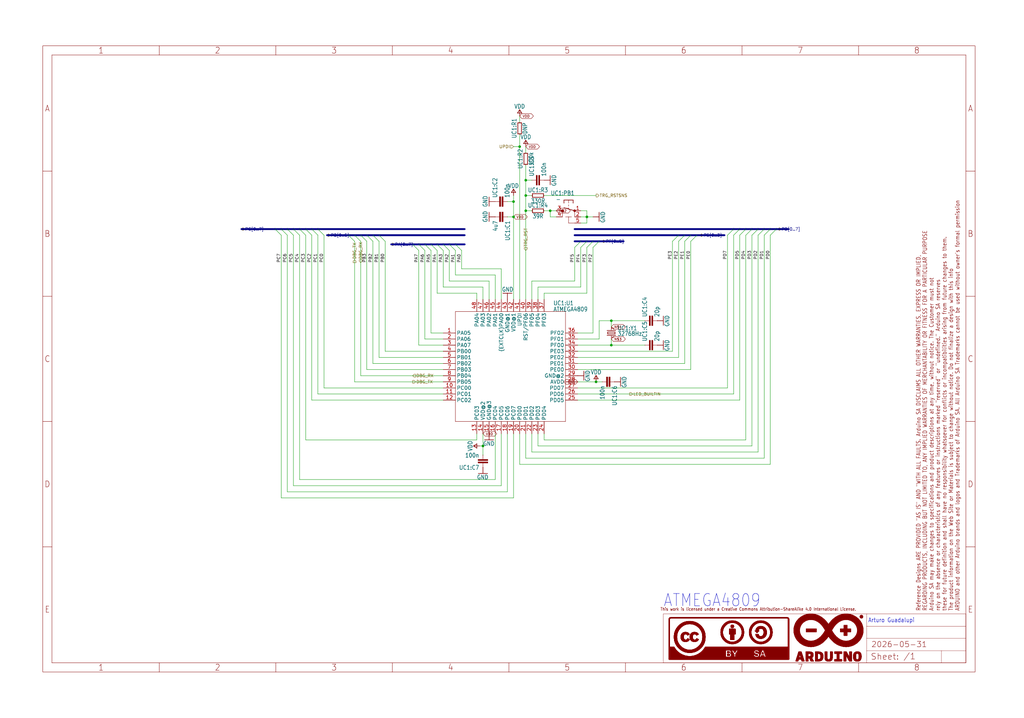
<source format=kicad_sch>
(kicad_sch (version 20250114) (generator "eeschema") (generator_version "9.0")
  (paper "User" 425.45 298.602)
  (lib_symbols
    (symbol "UNOWiFiREV2V4.0-eagle-import:32.768KHZ"
      (property "Reference" "Y" (at 2.54 1.016 0))
      (symbol "32.768KHZ_1_0"
        (text "1" (at -2.159 -1.143 0) (effects (font (size 0.8636 0.734)) (justify left bottom)))
        (text "2" (at 1.524 -1.143 0) (effects (font (size 0.8636 0.734)) (justify left bottom)))
        (pin passive line (at -2.54 0 0) (length 0) (name "1") (number "1"))
        (pin passive line (at 2.54 0 180) (length 0) (name "2") (number "2"))
      )
    )
    (symbol "UNOWiFiREV2V4.0-eagle-import:A3-FRAME"
      (symbol "A3-FRAME_1_0"
        (text "A" (at 1.905 234.315 0) (effects (font (size 2.54 2.286))))
        (text "B" (at 1.905 182.245 0) (effects (font (size 2.54 2.286))))
        (text "C" (at 1.905 130.175 0) (effects (font (size 2.54 2.286))))
        (text "D" (at 1.905 78.105 0) (effects (font (size 2.54 2.286))))
        (text "E" (at 1.905 26.035 0) (effects (font (size 2.54 2.286))))
        (text "1" (at 24.2094 258.445 0) (effects (font (size 2.54 2.286))))
        (text "1" (at 24.2094 1.905 0) (effects (font (size 2.54 2.286))))
        (text "2" (at 72.6281 258.445 0) (effects (font (size 2.54 2.286))))
        (text "2" (at 72.6281 1.905 0) (effects (font (size 2.54 2.286))))
        (text "3" (at 121.0469 258.445 0) (effects (font (size 2.54 2.286))))
        (text "3" (at 121.0469 1.905 0) (effects (font (size 2.54 2.286))))
        (text "4" (at 169.4656 258.445 0) (effects (font (size 2.54 2.286))))
        (text "4" (at 169.4656 1.905 0) (effects (font (size 2.54 2.286))))
        (text "5" (at 217.8844 258.445 0) (effects (font (size 2.54 2.286))))
        (text "5" (at 217.8844 1.905 0) (effects (font (size 2.54 2.286))))
        (text "This work is licensed under a Creative Commons Attribution-ShareAlike 4.0 International License." (at 256.54 25.4 0) (effects (font (size 1.27 1.0795)) (justify left bottom)))
        (text "6" (at 266.3031 258.445 0) (effects (font (size 2.54 2.286))))
        (text "6" (at 266.3031 1.905 0) (effects (font (size 2.54 2.286))))
        (text "7" (at 314.7219 258.445 0) (effects (font (size 2.54 2.286))))
        (text "7" (at 314.7219 1.905 0) (effects (font (size 2.54 2.286))))
        (text "Sheet:" (at 343.916 4.953 0) (effects (font (size 2.54 2.54)) (justify left bottom)))
        (text "${PROJECTNAME}" (at 344.17 15.24 0) (effects (font (size 2.54 2.54)) (justify left bottom)))
        (text "${CURRENT_DATE}" (at 344.17 10.16 0) (effects (font (size 2.286 2.286)) (justify left bottom)))
        (text "${#}/${##}" (at 357.505 5.08 0) (effects (font (size 2.54 2.54)) (justify left bottom)))
        (text "8" (at 363.1406 258.445 0) (effects (font (size 2.54 2.286))))
        (text "8" (at 363.1406 1.905 0) (effects (font (size 2.54 2.286))))
        (text "Reference Designs ARE PROVIDED \"AS IS\" AND \"WITH ALL FAULTS. Arduino SA DISCLAIMS ALL OTHER WARRANTIES, EXPRESS OR IMPLIED,\nREGARDING PRODUCTS, INCLUDING BUT NOT LIMITED TO, ANY IMPLIED WARRANTIES OF MERCHANTABILITY OR FITNESS FOR A PARTICULAR PURPOSE\nArduino SA may make changes to specifications and product descriptions at any time, without notice. The Customer must not\nrely on the absence or characteristics of any features or instructions marked \"reserved\" or \"undefined.\" Arduino SA reserves\nthese for future definition and shall have no responsibility whatsoever for conflicts or incompatibilities arising from future changes to them.\nThe product information on the Web Site or Materials is subject to change without notice. Do not finalize a design with this info\nARDUINO and other Arduino brands and logos and Trademarks of Arduino SA. All Arduino SA Trademarks cannot be used without owner's formal permission" (at 381 25.4 900) (effects (font (size 1.6764 1.4249)) (justify left bottom)))
        (text "A" (at 385.445 234.315 0) (effects (font (size 2.54 2.286))))
        (text "B" (at 385.445 182.245 0) (effects (font (size 2.54 2.286))))
        (text "C" (at 385.445 130.175 0) (effects (font (size 2.54 2.286))))
        (text "D" (at 385.445 78.105 0) (effects (font (size 2.54 2.286))))
        (text "E" (at 385.445 26.035 0) (effects (font (size 2.54 2.286))))
      )
    )
    (symbol "UNOWiFiREV2V4.0-eagle-import:ATMEGA4809"
      (property "Reference" "U" (at 17.78 25.4 0))
      (symbol "ATMEGA4809_1_0"
        (pin bidirectional line (at -27.94 13.97 0) (length 5.08) (name "PA05") (number "1"))
        (pin bidirectional line (at -27.94 11.43 0) (length 5.08) (name "PA06") (number "2"))
        (pin bidirectional line (at -27.94 8.89 0) (length 5.08) (name "PA07") (number "3"))
        (pin bidirectional line (at -27.94 6.35 0) (length 5.08) (name "PB00") (number "4"))
        (pin bidirectional line (at -27.94 3.81 0) (length 5.08) (name "PB01") (number "5"))
        (pin bidirectional line (at -27.94 1.27 0) (length 5.08) (name "PB02") (number "6"))
        (pin bidirectional line (at -27.94 -1.27 0) (length 5.08) (name "PB03") (number "7"))
        (pin bidirectional line (at -27.94 -3.81 0) (length 5.08) (name "PB04") (number "8"))
        (pin bidirectional line (at -27.94 -6.35 0) (length 5.08) (name "PB05") (number "9"))
        (pin bidirectional line (at -27.94 -8.89 0) (length 5.08) (name "PC00") (number "10"))
        (pin bidirectional line (at -27.94 -11.43 0) (length 5.08) (name "PC01") (number "11"))
        (pin bidirectional line (at -27.94 -13.97 0) (length 5.08) (name "PC02") (number "12"))
        (pin bidirectional line (at -13.97 27.94 270) (length 5.08) (name "PA04") (number "48"))
        (pin bidirectional line (at -13.97 -27.94 90) (length 5.08) (name "PC03") (number "13"))
        (pin bidirectional line (at -11.43 27.94 270) (length 5.08) (name "PA03") (number "47"))
        (pin bidirectional line (at -11.43 -27.94 90) (length 5.08) (name "VDD@2") (number "14"))
        (pin bidirectional line (at -8.89 27.94 270) (length 5.08) (name "PA02") (number "46"))
        (pin bidirectional line (at -8.89 -27.94 90) (length 5.08) (name "GND@3") (number "15"))
        (pin bidirectional line (at -6.35 27.94 270) (length 5.08) (name "PA01") (number "45"))
        (pin bidirectional line (at -6.35 -27.94 90) (length 5.08) (name "PC04") (number "16"))
        (pin bidirectional line (at -3.81 27.94 270) (length 5.08) (name "(EXTCLK)PA00") (number "44"))
        (pin bidirectional line (at -3.81 -27.94 90) (length 5.08) (name "PC05") (number "17"))
        (pin bidirectional line (at -1.27 27.94 270) (length 5.08) (name "GND@1") (number "43"))
        (pin bidirectional line (at -1.27 -27.94 90) (length 5.08) (name "PC06") (number "18"))
        (pin bidirectional line (at 1.27 27.94 270) (length 5.08) (name "VDD@1") (number "42"))
        (pin bidirectional line (at 1.27 -27.94 90) (length 5.08) (name "PC07") (number "19"))
        (pin bidirectional line (at 3.81 27.94 270) (length 5.08) (name "UPDI") (number "41"))
        (pin bidirectional line (at 3.81 -27.94 90) (length 5.08) (name "PD00") (number "20"))
        (pin bidirectional line (at 6.35 27.94 270) (length 5.08) (name "RST/PF06") (number "40"))
        (pin bidirectional line (at 6.35 -27.94 90) (length 5.08) (name "PD01") (number "21"))
        (pin bidirectional line (at 8.89 27.94 270) (length 5.08) (name "PF05") (number "39"))
        (pin bidirectional line (at 8.89 -27.94 90) (length 5.08) (name "PD02") (number "22"))
        (pin bidirectional line (at 11.43 27.94 270) (length 5.08) (name "PF04") (number "38"))
        (pin bidirectional line (at 11.43 -27.94 90) (length 5.08) (name "PD03") (number "23"))
        (pin bidirectional line (at 13.97 27.94 270) (length 5.08) (name "PF03") (number "37"))
        (pin bidirectional line (at 13.97 -27.94 90) (length 5.08) (name "PD04") (number "24"))
        (pin bidirectional line (at 27.94 13.97 180) (length 5.08) (name "PF02") (number "36"))
        (pin bidirectional line (at 27.94 11.43 180) (length 5.08) (name "PF01") (number "35"))
        (pin bidirectional line (at 27.94 8.89 180) (length 5.08) (name "PF00") (number "34"))
        (pin bidirectional line (at 27.94 6.35 180) (length 5.08) (name "PE03") (number "33"))
        (pin bidirectional line (at 27.94 3.81 180) (length 5.08) (name "PE02") (number "32"))
        (pin bidirectional line (at 27.94 1.27 180) (length 5.08) (name "PE01") (number "31"))
        (pin bidirectional line (at 27.94 -1.27 180) (length 5.08) (name "PE00") (number "30"))
        (pin bidirectional line (at 27.94 -3.81 180) (length 5.08) (name "GND@2") (number "29"))
        (pin bidirectional line (at 27.94 -6.35 180) (length 5.08) (name "AVDD") (number "28"))
        (pin bidirectional line (at 27.94 -8.89 180) (length 5.08) (name "PD07") (number "27"))
        (pin bidirectional line (at 27.94 -11.43 180) (length 5.08) (name "PD06") (number "26"))
        (pin bidirectional line (at 27.94 -13.97 180) (length 5.08) (name "PD05") (number "25"))
      )
    )
    (symbol "UNOWiFiREV2V4.0-eagle-import:C-0402"
      (property "Reference" "C" (at 1.524 1.651 0))
      (symbol "C-0402_1_0"
        (pin passive line (at 0 2.54 270) (length 0) (name "1") (number "1"))
        (pin passive line (at 0 -2.54 90) (length 0) (name "2") (number "2"))
      )
    )
    (symbol "UNOWiFiREV2V4.0-eagle-import:GND" (power)
      (symbol "GND_1_0"
        (pin power_in line (at 0 2.54 270) (length 2.54) (name "GND") (number "1"))
      )
    )
    (symbol "UNOWiFiREV2V4.0-eagle-import:R-0402"
      (property "Reference" "R" (at 0 1.27 0))
      (symbol "R-0402_1_0"
        (pin passive line (at -2.54 0 0) (length 0) (name "1") (number "1"))
        (pin passive line (at 2.54 0 180) (length 0) (name "2") (number "2"))
      )
    )
    (symbol "UNOWiFiREV2V4.0-eagle-import:TACTILE2"
      (property "Reference" "PB" (at -6.35 -2.54 90))
      (symbol "TACTILE2_1_0"
        (pin passive line (at 0 5.08 270) (length 2.54) (name "3") (number "3"))
        (pin passive line (at 0 -5.08 90) (length 2.54) (name "1") (number "1"))
        (pin passive line (at 2.54 5.08 270) (length 2.54) (name "4") (number "4"))
        (pin passive line (at 2.54 -5.08 90) (length 2.54) (name "2") (number "2"))
        (pin power_in line (at 5.08 -5.08 90) (length 2.54) (name "5-GND") (number "5"))
      )
    )
    (symbol "UNOWiFiREV2V4.0-eagle-import:VDD" (power)
      (symbol "VDD_1_0"
        (pin power_in line (at 0 -2.54 90) (length 2.54) (name "+1V") (number "1"))
      )
    )
  )
  (text "ATMEGA4809" (at 275.59 252.73 0) (effects (font (size 5.08 4.318)) (justify left bottom)))
  (text "Arturo Guadalupi" (at 360.68 259.08 0) (effects (font (size 1.778 1.5113)) (justify left bottom)))
  (junction (at 218.44 81.28))
  (junction (at 228.6 87.63))
  (junction (at 213.36 83.82))
  (junction (at 213.36 90.17))
  (junction (at 218.44 74.93))
  (junction (at 243.84 90.17))
  (junction (at 218.44 87.63))
  (junction (at 254 143.51))
  (junction (at 254 133.35))
  (junction (at 247.65 158.75))
  (junction (at 200.66 185.42))
  (junction (at 215.9 60.96))
  (bus_entry (at 302.26 97.79) (size 2.54 -2.54))
  (bus_entry (at 312.42 97.79) (size 2.54 -2.54))
  (bus_entry (at 279.4 100.33) (size 2.54 -2.54))
  (bus_entry (at 309.88 97.79) (size 2.54 -2.54))
  (bus_entry (at 184.15 104.14) (size -2.54 -2.54))
  (bus_entry (at 147.32 100.33) (size -2.54 -2.54))
  (bus_entry (at 304.8 97.79) (size 2.54 -2.54))
  (bus_entry (at 129.54 97.79) (size -2.54 -2.54))
  (bus_entry (at 119.38 97.79) (size -2.54 -2.54))
  (bus_entry (at 238.76 102.87) (size 2.54 -2.54))
  (bus_entry (at 241.3 102.87) (size 2.54 -2.54))
  (bus_entry (at 320.04 97.79) (size 2.54 -2.54))
  (bus_entry (at 173.99 104.14) (size -2.54 -2.54))
  (bus_entry (at 317.5 97.79) (size 2.54 -2.54))
  (bus_entry (at 314.96 97.79) (size 2.54 -2.54))
  (bus_entry (at 157.48 100.33) (size -2.54 -2.54))
  (bus_entry (at 287.02 100.33) (size 2.54 -2.54))
  (bus_entry (at 284.48 100.33) (size 2.54 -2.54))
  (bus_entry (at 132.08 97.79) (size -2.54 -2.54))
  (bus_entry (at 181.61 104.14) (size -2.54 -2.54))
  (bus_entry (at 149.86 100.33) (size -2.54 -2.54))
  (bus_entry (at 246.38 102.87) (size 2.54 -2.54))
  (bus_entry (at 186.69 104.14) (size -2.54 -2.54))
  (bus_entry (at 134.62 97.79) (size -2.54 -2.54))
  (bus_entry (at 124.46 97.79) (size -2.54 -2.54))
  (bus_entry (at 189.23 104.14) (size -2.54 -2.54))
  (bus_entry (at 116.84 97.79) (size -2.54 -2.54))
  (bus_entry (at 281.94 100.33) (size 2.54 -2.54))
  (bus_entry (at 176.53 104.14) (size -2.54 -2.54))
  (bus_entry (at 179.07 104.14) (size -2.54 -2.54))
  (bus_entry (at 307.34 97.79) (size 2.54 -2.54))
  (bus_entry (at 160.02 100.33) (size -2.54 -2.54))
  (bus_entry (at 154.94 100.33) (size -2.54 -2.54))
  (bus_entry (at 152.4 100.33) (size -2.54 -2.54))
  (bus_entry (at 127 97.79) (size -2.54 -2.54))
  (bus_entry (at 191.77 104.14) (size -2.54 -2.54))
  (bus_entry (at 243.84 102.87) (size 2.54 -2.54))
  (bus_entry (at 121.92 97.79) (size -2.54 -2.54))
  (wire (pts (xy 281.94 100.33) (xy 281.94 148.59)) (stroke (width 0.1524)))
  (bus (pts (xy 238.76 97.79) (xy 281.94 97.79)) (stroke (width 0.762)))
  (wire (pts (xy 279.4 100.33) (xy 279.4 146.05)) (stroke (width 0.1524)))
  (wire (pts (xy 246.38 90.17) (xy 243.84 90.17)) (stroke (width 0.1524)))
  (wire (pts (xy 287.02 153.67) (xy 240.03 153.67)) (stroke (width 0.1524)))
  (wire (pts (xy 228.6 90.17) (xy 228.6 87.63)) (stroke (width 0.1524)))
  (wire (pts (xy 243.84 121.92) (xy 226.06 121.92)) (stroke (width 0.1524)))
  (wire (pts (xy 215.9 55.88) (xy 215.9 60.96)) (stroke (width 0.1524)))
  (wire (pts (xy 320.04 193.04) (xy 215.9 193.04)) (stroke (width 0.1524)))
  (bus (pts (xy 179.07 101.6) (xy 176.53 101.6)) (stroke (width 0.762)))
  (wire (pts (xy 205.74 199.39) (xy 205.74 180.34)) (stroke (width 0.1524)))
  (wire (pts (xy 226.06 121.92) (xy 226.06 124.46)) (stroke (width 0.1524)))
  (bus (pts (xy 281.94 97.79) (xy 284.48 97.79)) (stroke (width 0.762)))
  (wire (pts (xy 213.36 90.17) (xy 213.36 124.46)) (stroke (width 0.1524)))
  (wire (pts (xy 243.84 87.63) (xy 243.84 90.17)) (stroke (width 0.1524)))
  (wire (pts (xy 218.44 74.93) (xy 218.44 81.28)) (stroke (width 0.1524)))
  (wire (pts (xy 228.6 87.63) (xy 226.06 87.63)) (stroke (width 0.1524)))
  (wire (pts (xy 205.74 114.3) (xy 205.74 124.46)) (stroke (width 0.1524)))
  (wire (pts (xy 184.15 119.38) (xy 200.66 119.38)) (stroke (width 0.1524)))
  (wire (pts (xy 302.26 161.29) (xy 240.03 161.29)) (stroke (width 0.1524)))
  (wire (pts (xy 181.61 104.14) (xy 181.61 121.92)) (stroke (width 0.1524)))
  (wire (pts (xy 238.76 102.87) (xy 238.76 116.84)) (stroke (width 0.1524)))
  (wire (pts (xy 307.34 166.37) (xy 240.03 166.37)) (stroke (width 0.1524)))
  (wire (pts (xy 134.62 97.79) (xy 134.62 161.29)) (stroke (width 0.1524)))
  (wire (pts (xy 124.46 97.79) (xy 124.46 199.39)) (stroke (width 0.1524)))
  (wire (pts (xy 116.84 97.79) (xy 116.84 207.01)) (stroke (width 0.1524)))
  (wire (pts (xy 176.53 140.97) (xy 184.15 140.97)) (stroke (width 0.1524)))
  (wire (pts (xy 220.98 116.84) (xy 220.98 124.46)) (stroke (width 0.1524)))
  (wire (pts (xy 238.76 116.84) (xy 220.98 116.84)) (stroke (width 0.1524)))
  (wire (pts (xy 173.99 104.14) (xy 173.99 143.51)) (stroke (width 0.1524)))
  (wire (pts (xy 119.38 97.79) (xy 119.38 204.47)) (stroke (width 0.1524)))
  (wire (pts (xy 189.23 104.14) (xy 189.23 114.3)) (stroke (width 0.1524)))
  (wire (pts (xy 186.69 116.84) (xy 203.2 116.84)) (stroke (width 0.1524)))
  (bus (pts (xy 127 95.25) (xy 124.46 95.25)) (stroke (width 0.762)))
  (wire (pts (xy 220.98 87.63) (xy 218.44 87.63)) (stroke (width 0.1524)))
  (wire (pts (xy 147.32 100.33) (xy 147.32 158.75)) (stroke (width 0.1524)))
  (wire (pts (xy 210.82 204.47) (xy 210.82 180.34)) (stroke (width 0.1524)))
  (bus (pts (xy 304.8 95.25) (xy 307.34 95.25)) (stroke (width 0.762)))
  (bus (pts (xy 309.88 95.25) (xy 312.42 95.25)) (stroke (width 0.762)))
  (wire (pts (xy 304.8 97.79) (xy 304.8 163.83)) (stroke (width 0.1524)))
  (wire (pts (xy 213.36 207.01) (xy 213.36 180.34)) (stroke (width 0.1524)))
  (bus (pts (xy 248.92 100.33) (xy 259.08 100.33)) (stroke (width 0.762)))
  (bus (pts (xy 322.58 95.25) (xy 327.66 95.25)) (stroke (width 0.762)))
  (wire (pts (xy 254 133.35) (xy 248.92 133.35)) (stroke (width 0.1524)))
  (bus (pts (xy 189.23 101.6) (xy 186.69 101.6)) (stroke (width 0.762)))
  (wire (pts (xy 246.38 138.43) (xy 246.38 102.87)) (stroke (width 0.1524)))
  (wire (pts (xy 121.92 97.79) (xy 121.92 201.93)) (stroke (width 0.1524)))
  (wire (pts (xy 134.62 161.29) (xy 184.15 161.29)) (stroke (width 0.1524)))
  (wire (pts (xy 267.97 133.35) (xy 254 133.35)) (stroke (width 0.1524)))
  (wire (pts (xy 179.07 104.14) (xy 179.07 138.43)) (stroke (width 0.1524)))
  (bus (pts (xy 193.04 101.6) (xy 189.23 101.6)) (stroke (width 0.762)))
  (wire (pts (xy 198.12 182.88) (xy 198.12 180.34)) (stroke (width 0.1524)))
  (wire (pts (xy 218.44 68.58) (xy 218.44 74.93)) (stroke (width 0.1524)))
  (wire (pts (xy 302.26 97.79) (xy 302.26 161.29)) (stroke (width 0.1524)))
  (wire (pts (xy 181.61 121.92) (xy 198.12 121.92)) (stroke (width 0.1524)))
  (bus (pts (xy 121.92 95.25) (xy 119.38 95.25)) (stroke (width 0.762)))
  (wire (pts (xy 254 140.97) (xy 254 143.51)) (stroke (width 0.1524)))
  (wire (pts (xy 215.9 60.96) (xy 213.36 60.96)) (stroke (width 0.1524)))
  (wire (pts (xy 254 135.89) (xy 254 133.35)) (stroke (width 0.1524)))
  (wire (pts (xy 281.94 148.59) (xy 240.03 148.59)) (stroke (width 0.1524)))
  (bus (pts (xy 193.04 97.79) (xy 157.48 97.79)) (stroke (width 0.762)))
  (bus (pts (xy 243.84 100.33) (xy 246.38 100.33)) (stroke (width 0.762)))
  (wire (pts (xy 119.38 204.47) (xy 210.82 204.47)) (stroke (width 0.1524)))
  (bus (pts (xy 320.04 95.25) (xy 322.58 95.25)) (stroke (width 0.762)))
  (wire (pts (xy 213.36 90.17) (xy 210.82 90.17)) (stroke (width 0.1524)))
  (wire (pts (xy 152.4 100.33) (xy 152.4 153.67)) (stroke (width 0.1524)))
  (bus (pts (xy 147.32 97.79) (xy 144.78 97.79)) (stroke (width 0.762)))
  (wire (pts (xy 317.5 190.5) (xy 218.44 190.5)) (stroke (width 0.1524)))
  (wire (pts (xy 129.54 166.37) (xy 184.15 166.37)) (stroke (width 0.1524)))
  (wire (pts (xy 127 182.88) (xy 198.12 182.88)) (stroke (width 0.1524)))
  (wire (pts (xy 121.92 201.93) (xy 208.28 201.93)) (stroke (width 0.1524)))
  (wire (pts (xy 243.84 92.71) (xy 243.84 90.17)) (stroke (width 0.1524)))
  (wire (pts (xy 157.48 148.59) (xy 184.15 148.59)) (stroke (width 0.1524)))
  (wire (pts (xy 184.15 104.14) (xy 184.15 119.38)) (stroke (width 0.1524)))
  (wire (pts (xy 191.77 111.76) (xy 208.28 111.76)) (stroke (width 0.1524)))
  (wire (pts (xy 215.9 48.26) (xy 215.9 50.8)) (stroke (width 0.1524)))
  (wire (pts (xy 210.82 83.82) (xy 213.36 83.82)) (stroke (width 0.1524)))
  (wire (pts (xy 203.2 116.84) (xy 203.2 124.46)) (stroke (width 0.1524)))
  (wire (pts (xy 231.14 87.63) (xy 228.6 87.63)) (stroke (width 0.1524)))
  (wire (pts (xy 223.52 185.42) (xy 223.52 180.34)) (stroke (width 0.1524)))
  (wire (pts (xy 241.3 87.63) (xy 243.84 87.63)) (stroke (width 0.1524)))
  (wire (pts (xy 127 97.79) (xy 127 182.88)) (stroke (width 0.1524)))
  (bus (pts (xy 287.02 97.79) (xy 289.56 97.79)) (stroke (width 0.762)))
  (wire (pts (xy 231.14 90.17) (xy 228.6 90.17)) (stroke (width 0.1524)))
  (wire (pts (xy 309.88 182.88) (xy 226.06 182.88)) (stroke (width 0.1524)))
  (wire (pts (xy 200.66 119.38) (xy 200.66 124.46)) (stroke (width 0.1524)))
  (bus (pts (xy 246.38 100.33) (xy 248.92 100.33)) (stroke (width 0.762)))
  (wire (pts (xy 317.5 97.79) (xy 317.5 190.5)) (stroke (width 0.1524)))
  (bus (pts (xy 154.94 97.79) (xy 152.4 97.79)) (stroke (width 0.762)))
  (wire (pts (xy 208.28 111.76) (xy 208.28 124.46)) (stroke (width 0.1524)))
  (wire (pts (xy 279.4 146.05) (xy 240.03 146.05)) (stroke (width 0.1524)))
  (wire (pts (xy 186.69 104.14) (xy 186.69 116.84)) (stroke (width 0.1524)))
  (wire (pts (xy 312.42 185.42) (xy 223.52 185.42)) (stroke (width 0.1524)))
  (bus (pts (xy 184.15 101.6) (xy 181.61 101.6)) (stroke (width 0.762)))
  (wire (pts (xy 179.07 138.43) (xy 184.15 138.43)) (stroke (width 0.1524)))
  (wire (pts (xy 223.52 119.38) (xy 223.52 124.46)) (stroke (width 0.1524)))
  (wire (pts (xy 154.94 151.13) (xy 184.15 151.13)) (stroke (width 0.1524)))
  (wire (pts (xy 241.3 102.87) (xy 241.3 119.38)) (stroke (width 0.1524)))
  (wire (pts (xy 132.08 97.79) (xy 132.08 163.83)) (stroke (width 0.1524)))
  (wire (pts (xy 124.46 199.39) (xy 205.74 199.39)) (stroke (width 0.1524)))
  (wire (pts (xy 208.28 201.93) (xy 208.28 180.34)) (stroke (width 0.1524)))
  (wire (pts (xy 314.96 97.79) (xy 314.96 187.96)) (stroke (width 0.1524)))
  (wire (pts (xy 320.04 97.79) (xy 320.04 193.04)) (stroke (width 0.1524)))
  (wire (pts (xy 304.8 163.83) (xy 240.03 163.83)) (stroke (width 0.1524)))
  (wire (pts (xy 284.48 100.33) (xy 284.48 151.13)) (stroke (width 0.1524)))
  (wire (pts (xy 152.4 153.67) (xy 184.15 153.67)) (stroke (width 0.1524)))
  (bus (pts (xy 124.46 95.25) (xy 121.92 95.25)) (stroke (width 0.762)))
  (wire (pts (xy 240.03 140.97) (xy 248.92 140.97)) (stroke (width 0.1524)))
  (bus (pts (xy 114.3 95.25) (xy 100.33 95.25)) (stroke (width 0.762)))
  (bus (pts (xy 129.54 95.25) (xy 127 95.25)) (stroke (width 0.762)))
  (bus (pts (xy 186.69 101.6) (xy 184.15 101.6)) (stroke (width 0.762)))
  (wire (pts (xy 307.34 97.79) (xy 307.34 166.37)) (stroke (width 0.1524)))
  (bus (pts (xy 317.5 95.25) (xy 320.04 95.25)) (stroke (width 0.762)))
  (wire (pts (xy 220.98 74.93) (xy 218.44 74.93)) (stroke (width 0.1524)))
  (wire (pts (xy 248.92 133.35) (xy 248.92 140.97)) (stroke (width 0.1524)))
  (bus (pts (xy 152.4 97.79) (xy 149.86 97.79)) (stroke (width 0.762)))
  (wire (pts (xy 147.32 158.75) (xy 184.15 158.75)) (stroke (width 0.1524)))
  (wire (pts (xy 218.44 87.63) (xy 218.44 124.46)) (stroke (width 0.1524)))
  (bus (pts (xy 181.61 101.6) (xy 179.07 101.6)) (stroke (width 0.762)))
  (bus (pts (xy 132.08 95.25) (xy 129.54 95.25)) (stroke (width 0.762)))
  (bus (pts (xy 314.96 95.25) (xy 317.5 95.25)) (stroke (width 0.762)))
  (wire (pts (xy 189.23 114.3) (xy 205.74 114.3)) (stroke (width 0.1524)))
  (wire (pts (xy 149.86 156.21) (xy 184.15 156.21)) (stroke (width 0.1524)))
  (wire (pts (xy 213.36 83.82) (xy 213.36 90.17)) (stroke (width 0.1524)))
  (wire (pts (xy 160.02 100.33) (xy 160.02 146.05)) (stroke (width 0.1524)))
  (bus (pts (xy 241.3 100.33) (xy 243.84 100.33)) (stroke (width 0.762)))
  (wire (pts (xy 200.66 185.42) (xy 200.66 189.23)) (stroke (width 0.1524)))
  (wire (pts (xy 241.3 119.38) (xy 223.52 119.38)) (stroke (width 0.1524)))
  (bus (pts (xy 173.99 101.6) (xy 171.45 101.6)) (stroke (width 0.762)))
  (wire (pts (xy 247.65 158.75) (xy 250.19 158.75)) (stroke (width 0.1524)))
  (wire (pts (xy 267.97 143.51) (xy 254 143.51)) (stroke (width 0.1524)))
  (bus (pts (xy 171.45 101.6) (xy 162.56 101.6)) (stroke (width 0.762)))
  (wire (pts (xy 240.03 158.75) (xy 247.65 158.75)) (stroke (width 0.1524)))
  (wire (pts (xy 215.9 60.96) (xy 215.9 124.46)) (stroke (width 0.1524)))
  (wire (pts (xy 241.3 92.71) (xy 243.84 92.71)) (stroke (width 0.1524)))
  (wire (pts (xy 309.88 97.79) (xy 309.88 182.88)) (stroke (width 0.1524)))
  (wire (pts (xy 215.9 193.04) (xy 215.9 180.34)) (stroke (width 0.1524)))
  (wire (pts (xy 287.02 100.33) (xy 287.02 153.67)) (stroke (width 0.1524)))
  (wire (pts (xy 129.54 97.79) (xy 129.54 166.37)) (stroke (width 0.1524)))
  (bus (pts (xy 157.48 97.79) (xy 154.94 97.79)) (stroke (width 0.762)))
  (bus (pts (xy 284.48 97.79) (xy 287.02 97.79)) (stroke (width 0.762)))
  (wire (pts (xy 218.44 190.5) (xy 218.44 180.34)) (stroke (width 0.1524)))
  (bus (pts (xy 238.76 100.33) (xy 241.3 100.33)) (stroke (width 0.762)))
  (wire (pts (xy 243.84 102.87) (xy 243.84 121.92)) (stroke (width 0.1524)))
  (wire (pts (xy 220.98 187.96) (xy 220.98 180.34)) (stroke (width 0.1524)))
  (wire (pts (xy 198.12 121.92) (xy 198.12 124.46)) (stroke (width 0.1524)))
  (bus (pts (xy 176.53 101.6) (xy 173.99 101.6)) (stroke (width 0.762)))
  (bus (pts (xy 119.38 95.25) (xy 116.84 95.25)) (stroke (width 0.762)))
  (wire (pts (xy 213.36 81.28) (xy 213.36 83.82)) (stroke (width 0.1524)))
  (wire (pts (xy 200.66 180.34) (xy 200.66 185.42)) (stroke (width 0.1524)))
  (wire (pts (xy 218.44 81.28) (xy 218.44 87.63)) (stroke (width 0.1524)))
  (wire (pts (xy 240.03 138.43) (xy 246.38 138.43)) (stroke (width 0.1524)))
  (wire (pts (xy 226.06 81.28) (xy 247.65 81.28)) (stroke (width 0.1524)))
  (bus (pts (xy 116.84 95.25) (xy 114.3 95.25)) (stroke (width 0.762)))
  (wire (pts (xy 132.08 163.83) (xy 184.15 163.83)) (stroke (width 0.1524)))
  (bus (pts (xy 312.42 95.25) (xy 314.96 95.25)) (stroke (width 0.762)))
  (wire (pts (xy 157.48 100.33) (xy 157.48 148.59)) (stroke (width 0.1524)))
  (bus (pts (xy 307.34 95.25) (xy 309.88 95.25)) (stroke (width 0.762)))
  (wire (pts (xy 149.86 100.33) (xy 149.86 156.21)) (stroke (width 0.1524)))
  (wire (pts (xy 154.94 100.33) (xy 154.94 151.13)) (stroke (width 0.1524)))
  (wire (pts (xy 220.98 81.28) (xy 218.44 81.28)) (stroke (width 0.1524)))
  (wire (pts (xy 199.39 185.42) (xy 200.66 185.42)) (stroke (width 0.1524)))
  (wire (pts (xy 240.03 143.51) (xy 254 143.51)) (stroke (width 0.1524)))
  (wire (pts (xy 218.44 60.96) (xy 218.44 63.5)) (stroke (width 0.1524)))
  (bus (pts (xy 149.86 97.79) (xy 147.32 97.79)) (stroke (width 0.762)))
  (wire (pts (xy 191.77 104.14) (xy 191.77 111.76)) (stroke (width 0.1524)))
  (wire (pts (xy 226.06 182.88) (xy 226.06 180.34)) (stroke (width 0.1524)))
  (wire (pts (xy 176.53 104.14) (xy 176.53 140.97)) (stroke (width 0.1524)))
  (wire (pts (xy 314.96 187.96) (xy 220.98 187.96)) (stroke (width 0.1524)))
  (bus (pts (xy 238.76 95.25) (xy 304.8 95.25)) (stroke (width 0.762)))
  (wire (pts (xy 160.02 146.05) (xy 184.15 146.05)) (stroke (width 0.1524)))
  (wire (pts (xy 173.99 143.51) (xy 184.15 143.51)) (stroke (width 0.1524)))
  (wire (pts (xy 116.84 207.01) (xy 213.36 207.01)) (stroke (width 0.1524)))
  (bus (pts (xy 193.04 95.25) (xy 132.08 95.25)) (stroke (width 0.762)))
  (wire (pts (xy 312.42 97.79) (xy 312.42 185.42)) (stroke (width 0.1524)))
  (wire (pts (xy 284.48 151.13) (xy 240.03 151.13)) (stroke (width 0.1524)))
  (bus (pts (xy 289.56 97.79) (xy 300.99 97.79)) (stroke (width 0.762)))
  (wire (pts (xy 243.84 90.17) (xy 241.3 90.17)) (stroke (width 0.1524)))
  (bus (pts (xy 144.78 97.79) (xy 135.89 97.79)) (stroke (width 0.762)))
  (label "PA7" (at 173.99 109.22 90) (effects (font (size 1.2446 1.2446))))
  (label "PA3" (at 184.15 109.22 90) (effects (font (size 1.2446 1.2446))))
  (label "PC4" (at 124.46 109.22 90) (effects (font (size 1.2446 1.2446))))
  (label "PB1" (at 157.48 109.22 90) (effects (font (size 1.2446 1.2446))))
  (label "PD2" (at 314.96 107.95 90) (effects (font (size 1.2446 1.2446))))
  (label "PE3" (at 279.4 107.95 90) (effects (font (size 1.2446 1.2446))))
  (label "PC6" (at 119.38 109.22 90) (effects (font (size 1.2446 1.2446))))
  (label "PB2" (at 154.94 109.22 90) (effects (font (size 1.2446 1.2446))))
  (label "PA6" (at 176.53 109.22 90) (effects (font (size 1.2446 1.2446))))
  (label "PF4" (at 241.3 109.22 90) (effects (font (size 1.2446 1.2446))))
  (label "PA0" (at 191.77 109.22 90) (effects (font (size 1.2446 1.2446))))
  (label "PE1" (at 284.48 107.95 90) (effects (font (size 1.2446 1.2446))))
  (label "PA1" (at 189.23 109.22 90) (effects (font (size 1.2446 1.2446))))
  (label "PD3" (at 312.42 107.95 90) (effects (font (size 1.2446 1.2446))))
  (label "PA4" (at 181.61 109.22 90) (effects (font (size 1.2446 1.2446))))
  (label "PE0" (at 287.02 107.95 90) (effects (font (size 1.2446 1.2446))))
  (label "PF3" (at 243.84 109.22 90) (effects (font (size 1.2446 1.2446))))
  (label "PF2" (at 246.38 109.22 90) (effects (font (size 1.2446 1.2446))))
  (label "PA2" (at 186.69 109.22 90) (effects (font (size 1.2446 1.2446))))
  (label "PD5" (at 307.34 107.95 90) (effects (font (size 1.2446 1.2446))))
  (label "PC1" (at 132.08 109.22 90) (effects (font (size 1.2446 1.2446))))
  (label "PB0" (at 160.02 109.22 90) (effects (font (size 1.2446 1.2446))))
  (label "PD7" (at 302.26 107.95 90) (effects (font (size 1.2446 1.2446))))
  (label "PC3" (at 127 109.22 90) (effects (font (size 1.2446 1.2446))))
  (label "PC2" (at 129.54 109.22 90) (effects (font (size 1.2446 1.2446))))
  (label "PC7" (at 116.84 109.22 90) (effects (font (size 1.2446 1.2446))))
  (label "PD0" (at 320.04 107.95 90) (effects (font (size 1.2446 1.2446))))
  (label "PC0" (at 134.62 109.22 90) (effects (font (size 1.2446 1.2446))))
  (label "PF5" (at 238.76 109.22 90) (effects (font (size 1.2446 1.2446))))
  (label "PA5" (at 179.07 109.22 90) (effects (font (size 1.2446 1.2446))))
  (label "PB3" (at 152.4 109.22 90) (effects (font (size 1.2446 1.2446))))
  (label "PE2" (at 281.94 107.95 90) (effects (font (size 1.2446 1.2446))))
  (label "PD4" (at 309.88 107.95 90) (effects (font (size 1.2446 1.2446))))
  (label "PD1" (at 317.5 107.95 90) (effects (font (size 1.2446 1.2446))))
  (label "PC5" (at 121.92 109.22 90) (effects (font (size 1.2446 1.2446))))
  (global_label "VDD" (shape bidirectional) (at 200.66 180.34 0) (effects (font (size 1.016 1.016))) (property "Intersheetrefs" "${INTERSHEET_REFS}" (effects (hide yes))))
  (global_label "VDD" (shape bidirectional) (at 213.36 90.17 0) (effects (font (size 1.016 1.016))) (property "Intersheetrefs" "${INTERSHEET_REFS}" (effects (hide yes))))
  (global_label "VDD" (shape bidirectional) (at 215.9 48.26 0) (effects (font (size 1.016 1.016))) (property "Intersheetrefs" "${INTERSHEET_REFS}" (effects (hide yes))))
  (global_label "N$4" (shape bidirectional) (at 254 135.89 0) (effects (font (size 1.016 1.016))) (property "Intersheetrefs" "${INTERSHEET_REFS}" (effects (hide yes))))
  (global_label "N$2" (shape bidirectional) (at 231.14 87.63 0) (effects (font (size 1.016 1.016))) (property "Intersheetrefs" "${INTERSHEET_REFS}" (effects (hide yes))))
  (global_label "VDD" (shape bidirectional) (at 218.44 60.96 0) (effects (font (size 1.016 1.016))) (property "Intersheetrefs" "${INTERSHEET_REFS}" (effects (hide yes))))
  (global_label "N$3" (shape bidirectional) (at 254 140.97 0) (effects (font (size 1.016 1.016))) (property "Intersheetrefs" "${INTERSHEET_REFS}" (effects (hide yes))))
  (global_label "VDD" (shape bidirectional) (at 240.03 158.75 180) (effects (font (size 1.016 1.016))) (property "Intersheetrefs" "${INTERSHEET_REFS}" (effects (hide yes))))
  (hierarchical_label "PF[0..5]" (shape bidirectional) (at 250.19 100.33 0) (effects (font (size 1.2446 1.2446))))
  (hierarchical_label "DBG_RX" (shape input) (at 171.45 156.21 0) (effects (font (size 1.2446 1.2446))))
  (hierarchical_label "UPDI" (shape input) (at 213.36 60.96 180) (effects (font (size 1.2446 1.2446))))
  (hierarchical_label "PD[0..7]" (shape bidirectional) (at 323.215 95.25 0) (effects (font (size 1.2446 1.2446))))
  (hierarchical_label "DBG_RX" (shape input) (at 149.86 109.22 90) (effects (font (size 1.2446 1.2446))))
  (hierarchical_label "DBG_TX" (shape output) (at 171.45 158.75 0) (effects (font (size 1.2446 1.2446))))
  (hierarchical_label "TRG_RSTSNS" (shape output) (at 247.65 81.28 0) (effects (font (size 1.2446 1.2446))))
  (hierarchical_label "PB[0..5]" (shape bidirectional) (at 135.89 97.79 0) (effects (font (size 1.2446 1.2446))))
  (hierarchical_label "PE[0..3]" (shape bidirectional) (at 290.83 97.79 0) (effects (font (size 1.2446 1.2446))))
  (hierarchical_label "PA[0..7]" (shape bidirectional) (at 162.56 101.6 0) (effects (font (size 1.2446 1.2446))))
  (hierarchical_label "PC[0..7]" (shape bidirectional) (at 100.33 95.25 0) (effects (font (size 1.2446 1.2446))))
  (hierarchical_label "LED_BUILTIN" (shape output) (at 261.62 163.83 0) (effects (font (size 1.2446 1.2446))))
  (hierarchical_label "DBG_TX" (shape output) (at 147.32 109.22 90) (effects (font (size 1.2446 1.2446))))
  (hierarchical_label "TRG_RST" (shape input) (at 218.44 104.14 90) (effects (font (size 1.2446 1.2446))))
  (symbol (lib_id "UNOWiFiREV2V4.0-eagle-import:GND") (at 257.81 158.75 90) (unit 1)
    (property "Reference" "UC1:#GND10" (effects (hide yes)))
    (property "Value" "GND" (at 260.35 161.29 0) (effects (font (size 1.778 1.5113)) (justify left bottom)))
  )
  (symbol (lib_id "UNOWiFiREV2V4.0-eagle-import:GND") (at 200.66 196.85 0) (unit 1)
    (property "Reference" "UC1:#GND11" (effects (hide yes)))
    (property "Value" "GND" (at 198.12 199.39 0) (effects (font (size 1.778 1.5113)) (justify left bottom)))
  )
  (symbol (lib_id "UNOWiFiREV2V4.0-eagle-import:GND") (at 275.59 133.35 90) (unit 1)
    (property "Reference" "UC1:#GND6" (effects (hide yes)))
    (property "Value" "GND" (at 278.13 135.89 0) (effects (font (size 1.778 1.5113)) (justify left bottom)))
  )
  (symbol (lib_id "UNOWiFiREV2V4.0-eagle-import:GND") (at 275.59 143.51 90) (unit 1)
    (property "Reference" "UC1:#GND7" (effects (hide yes)))
    (property "Value" "GND" (at 278.13 146.05 0) (effects (font (size 1.778 1.5113)) (justify left bottom)))
  )
  (symbol (lib_id "UNOWiFiREV2V4.0-eagle-import:C-0402") (at 223.52 74.93 90) (unit 1)
    (property "Reference" "UC1:C3" (at 221.869 73.406 0) (effects (font (size 1.778 1.5113)) (justify left bottom)))
    (property "Value" "100n" (at 226.949 73.406 0) (effects (font (size 1.778 1.5113)) (justify left bottom)))
    (property "Footprint" "UNOWiFiREV2V4.0:0402-1005X55N" (effects (hide yes)))
  )
  (symbol (lib_id "UNOWiFiREV2V4.0-eagle-import:R-0402") (at 215.9 53.34 90) (unit 1)
    (property "Reference" "UC1:R1" (at 214.63 53.34 0) (effects (font (size 1.778 1.5113)) (justify bottom)))
    (property "Value" "DNP" (at 217.17 53.34 0) (effects (font (size 1.778 1.5113)) (justify top)))
    (property "Footprint" "UNOWiFiREV2V4.0:0402-1005X55N" (effects (hide yes)))
  )
  (symbol (lib_id "UNOWiFiREV2V4.0-eagle-import:GND") (at 203.2 90.17 270) (unit 1)
    (property "Reference" "UC1:#GND1" (effects (hide yes)))
    (property "Value" "GND" (at 200.66 87.63 0) (effects (font (size 1.778 1.5113)) (justify left bottom)))
  )
  (symbol (lib_id "UNOWiFiREV2V4.0-eagle-import:ATMEGA4809") (at 212.09 152.4 0) (unit 1)
    (property "Reference" "UC1:U1" (at 229.87 127 0) (effects (font (size 1.778 1.5113)) (justify left bottom)))
    (property "Value" "ATMEGA4809" (at 229.87 129.54 0) (effects (font (size 1.778 1.5113)) (justify left bottom)))
    (property "Footprint" "UNOWiFiREV2V4.0:TQFP48" (effects (hide yes)))
  )
  (symbol (lib_id "UNOWiFiREV2V4.0-eagle-import:GND") (at 228.6 74.93 90) (unit 1)
    (property "Reference" "UC1:#GND4" (effects (hide yes)))
    (property "Value" "GND" (at 231.14 77.47 0) (effects (font (size 1.778 1.5113)) (justify left bottom)))
  )
  (symbol (lib_id "UNOWiFiREV2V4.0-eagle-import:GND") (at 242.57 156.21 90) (unit 1)
    (property "Reference" "UC1:#GND9" (effects (hide yes)))
    (property "Value" "GND" (at 245.11 158.75 0) (effects (font (size 1.778 1.5113)) (justify left bottom)))
  )
  (symbol (lib_id "UNOWiFiREV2V4.0-eagle-import:GND") (at 203.2 83.82 270) (unit 1)
    (property "Reference" "UC1:#GND2" (effects (hide yes)))
    (property "Value" "GND" (at 200.66 81.28 0) (effects (font (size 1.778 1.5113)) (justify left bottom)))
  )
  (symbol (lib_id "UNOWiFiREV2V4.0-eagle-import:VDD") (at 196.85 185.42 90) (unit 1)
    (property "Reference" "UC1:#P+5" (effects (hide yes)))
    (property "Value" "VDD" (at 196.342 185.42 0) (effects (font (size 1.778 1.5113)) (justify bottom)))
  )
  (symbol (lib_id "UNOWiFiREV2V4.0-eagle-import:A3-FRAME") (at 17.78 279.4 0) (unit 1)
    (property "Reference" "UC1:FRAME1" (effects (hide yes)))
    (property "Value" "DNP" (effects (hide yes)))
    (property "Footprint" "UNOWiFiREV2V4.0:FRAME" (effects (hide yes)))
  )
  (symbol (lib_id "UNOWiFiREV2V4.0-eagle-import:VDD") (at 247.65 156.21 0) (unit 1)
    (property "Reference" "UC1:#P+4" (effects (hide yes)))
    (property "Value" "VDD" (at 247.65 155.702 0) (effects (font (size 1.778 1.5113)) (justify bottom)))
  )
  (symbol (lib_id "UNOWiFiREV2V4.0-eagle-import:R-0402") (at 223.52 81.28 0) (unit 1)
    (property "Reference" "UC1:R3" (at 223.52 80.01 0) (effects (font (size 1.778 1.5113)) (justify bottom)))
    (property "Value" "330R" (at 223.52 82.55 0) (effects (font (size 1.778 1.5113)) (justify top)))
    (property "Footprint" "UNOWiFiREV2V4.0:0402-1005X55N" (effects (hide yes)))
  )
  (symbol (lib_id "UNOWiFiREV2V4.0-eagle-import:VDD") (at 213.36 78.74 0) (unit 1)
    (property "Reference" "UC1:#P+1" (effects (hide yes)))
    (property "Value" "VDD" (at 213.36 78.232 0) (effects (font (size 1.778 1.5113)) (justify bottom)))
  )
  (symbol (lib_id "UNOWiFiREV2V4.0-eagle-import:R-0402") (at 218.44 66.04 90) (unit 1)
    (property "Reference" "UC1:R2" (at 217.17 66.04 0) (effects (font (size 1.778 1.5113)) (justify bottom)))
    (property "Value" "100k" (at 219.71 66.04 0) (effects (font (size 1.778 1.5113)) (justify top)))
    (property "Footprint" "UNOWiFiREV2V4.0:0402-1005X55N" (effects (hide yes)))
  )
  (symbol (lib_id "UNOWiFiREV2V4.0-eagle-import:C-0402") (at 270.51 133.35 90) (unit 1)
    (property "Reference" "UC1:C4" (at 268.859 131.826 0) (effects (font (size 1.778 1.5113)) (justify left bottom)))
    (property "Value" "20p" (at 273.939 131.826 0) (effects (font (size 1.778 1.5113)) (justify left bottom)))
    (property "Footprint" "UNOWiFiREV2V4.0:0402-1005X55N" (effects (hide yes)))
  )
  (symbol (lib_id "UNOWiFiREV2V4.0-eagle-import:C-0402") (at 200.66 191.77 180) (unit 1)
    (property "Reference" "UC1:C7" (at 199.136 193.421 0) (effects (font (size 1.778 1.5113)) (justify left bottom)))
    (property "Value" "100n" (at 199.136 188.341 0) (effects (font (size 1.778 1.5113)) (justify left bottom)))
    (property "Footprint" "UNOWiFiREV2V4.0:0402-1005X55N" (effects (hide yes)))
  )
  (symbol (lib_id "UNOWiFiREV2V4.0-eagle-import:C-0402") (at 208.28 90.17 270) (unit 1)
    (property "Reference" "UC1:C1" (at 209.931 91.694 0) (effects (font (size 1.778 1.5113)) (justify left bottom)))
    (property "Value" "4u7" (at 204.851 91.694 0) (effects (font (size 1.778 1.5113)) (justify left bottom)))
    (property "Footprint" "UNOWiFiREV2V4.0:0402-1005X55N" (effects (hide yes)))
  )
  (symbol (lib_id "UNOWiFiREV2V4.0-eagle-import:GND") (at 203.2 182.88 0) (unit 1)
    (property "Reference" "UC1:#GND8" (effects (hide yes)))
    (property "Value" "GND" (at 200.66 185.42 0) (effects (font (size 1.778 1.5113)) (justify left bottom)))
  )
  (symbol (lib_id "UNOWiFiREV2V4.0-eagle-import:GND") (at 248.92 90.17 90) (unit 1)
    (property "Reference" "UC1:#GND5" (effects (hide yes)))
    (property "Value" "GND" (at 251.46 92.71 0) (effects (font (size 1.778 1.5113)) (justify left bottom)))
  )
  (symbol (lib_id "UNOWiFiREV2V4.0-eagle-import:C-0402") (at 208.28 83.82 90) (unit 1)
    (property "Reference" "UC1:C2" (at 206.629 82.296 0) (effects (font (size 1.778 1.5113)) (justify left bottom)))
    (property "Value" "100n" (at 211.709 82.296 0) (effects (font (size 1.778 1.5113)) (justify left bottom)))
    (property "Footprint" "UNOWiFiREV2V4.0:0402-1005X55N" (effects (hide yes)))
  )
  (symbol (lib_id "UNOWiFiREV2V4.0-eagle-import:TACTILE2") (at 236.22 87.63 90) (mirror x) (unit 1)
    (property "Reference" "UC1:PB1" (at 238.76 81.28 90) (effects (font (size 1.778 1.5113)) (justify left bottom)))
    (property "Value" "-" (at 233.045 83.82 90) (effects (font (size 1.778 1.5113)) (justify left bottom)))
    (property "Footprint" "UNOWiFiREV2V4.0:TS42" (effects (hide yes)))
  )
  (symbol (lib_id "UNOWiFiREV2V4.0-eagle-import:GND") (at 210.82 121.92 180) (unit 1)
    (property "Reference" "UC1:#GND3" (effects (hide yes)))
    (property "Value" "GND" (at 213.36 119.38 0) (effects (font (size 1.778 1.5113)) (justify left bottom)))
  )
  (symbol (lib_id "UNOWiFiREV2V4.0-eagle-import:VDD") (at 218.44 58.42 0) (unit 1)
    (property "Reference" "UC1:#P+3" (effects (hide yes)))
    (property "Value" "VDD" (at 218.44 57.912 0) (effects (font (size 1.778 1.5113)) (justify bottom)))
  )
  (symbol (lib_id "UNOWiFiREV2V4.0-eagle-import:VDD") (at 215.9 45.72 0) (unit 1)
    (property "Reference" "UC1:#P+2" (effects (hide yes)))
    (property "Value" "VDD" (at 215.9 45.212 0) (effects (font (size 1.778 1.5113)) (justify bottom)))
  )
  (symbol (lib_id "UNOWiFiREV2V4.0-eagle-import:C-0402") (at 252.73 158.75 270) (unit 1)
    (property "Reference" "UC1:C6" (at 254.381 160.274 0) (effects (font (size 1.778 1.5113)) (justify left bottom)))
    (property "Value" "100n" (at 249.301 160.274 0) (effects (font (size 1.778 1.5113)) (justify left bottom)))
    (property "Footprint" "UNOWiFiREV2V4.0:0402-1005X55N" (effects (hide yes)))
  )
  (symbol (lib_id "UNOWiFiREV2V4.0-eagle-import:C-0402") (at 270.51 143.51 90) (unit 1)
    (property "Reference" "UC1:C5" (at 268.859 141.986 0) (effects (font (size 1.778 1.5113)) (justify left bottom)))
    (property "Value" "20p" (at 273.939 141.986 0) (effects (font (size 1.778 1.5113)) (justify left bottom)))
    (property "Footprint" "UNOWiFiREV2V4.0:0402-1005X55N" (effects (hide yes)))
  )
  (symbol (lib_id "UNOWiFiREV2V4.0-eagle-import:32.768KHZ") (at 254 138.43 90) (unit 1)
    (property "Reference" "UC1:Y1" (at 256.54 137.414 90) (effects (font (size 1.778 1.5113)) (justify right top)))
    (property "Value" "32768Hz" (at 256.54 139.7 90) (effects (font (size 1.778 1.5113)) (justify right top)))
    (property "Footprint" "UNOWiFiREV2V4.0:ABS07" (effects (hide yes)))
  )
  (symbol (lib_id "UNOWiFiREV2V4.0-eagle-import:R-0402") (at 223.52 87.63 0) (unit 1)
    (property "Reference" "UC1:R4" (at 223.52 86.36 0) (effects (font (size 1.778 1.5113)) (justify bottom)))
    (property "Value" "39R" (at 223.52 88.9 0) (effects (font (size 1.778 1.5113)) (justify top)))
    (property "Footprint" "UNOWiFiREV2V4.0:0402-1005X55N" (effects (hide yes)))
  )
)
</source>
